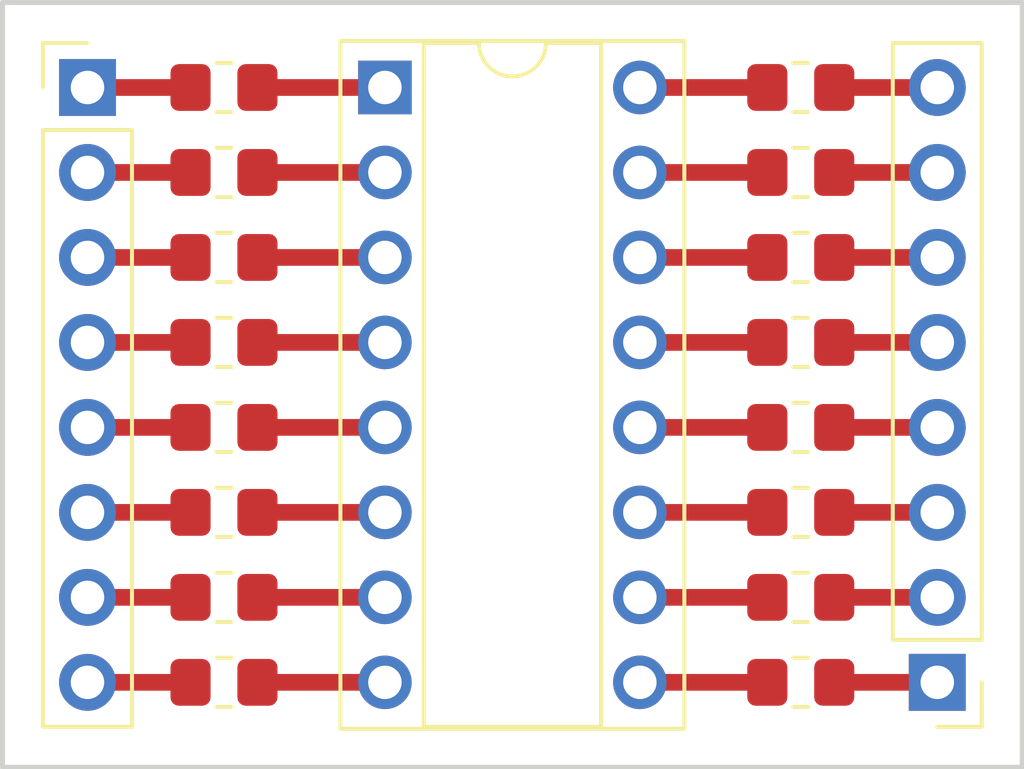
<source format=kicad_pcb>
(kicad_pcb (version 20171130) (host pcbnew "(5.1.7)-1")

  (general
    (thickness 1.6)
    (drawings 4)
    (tracks 32)
    (zones 0)
    (modules 19)
    (nets 33)
  )

  (page A4)
  (layers
    (0 F.Cu signal)
    (31 B.Cu signal)
    (32 B.Adhes user)
    (33 F.Adhes user)
    (34 B.Paste user)
    (35 F.Paste user)
    (36 B.SilkS user)
    (37 F.SilkS user)
    (38 B.Mask user)
    (39 F.Mask user)
    (40 Dwgs.User user)
    (41 Cmts.User user)
    (42 Eco1.User user)
    (43 Eco2.User user)
    (44 Edge.Cuts user)
    (45 Margin user)
    (46 B.CrtYd user)
    (47 F.CrtYd user hide)
    (48 B.Fab user)
    (49 F.Fab user hide)
  )

  (setup
    (last_trace_width 0.25)
    (trace_clearance 0.2)
    (zone_clearance 0.508)
    (zone_45_only no)
    (trace_min 0.2)
    (via_size 0.8)
    (via_drill 0.4)
    (via_min_size 0.4)
    (via_min_drill 0.3)
    (uvia_size 0.3)
    (uvia_drill 0.1)
    (uvias_allowed no)
    (uvia_min_size 0.2)
    (uvia_min_drill 0.1)
    (edge_width 0.05)
    (segment_width 0.2)
    (pcb_text_width 0.3)
    (pcb_text_size 1.5 1.5)
    (mod_edge_width 0.12)
    (mod_text_size 1 1)
    (mod_text_width 0.15)
    (pad_size 1.6 1.6)
    (pad_drill 1)
    (pad_to_mask_clearance 0)
    (aux_axis_origin 0 0)
    (visible_elements 7FFFFFFF)
    (pcbplotparams
      (layerselection 0x010fc_ffffffff)
      (usegerberextensions false)
      (usegerberattributes true)
      (usegerberadvancedattributes true)
      (creategerberjobfile true)
      (excludeedgelayer true)
      (linewidth 0.100000)
      (plotframeref false)
      (viasonmask false)
      (mode 1)
      (useauxorigin false)
      (hpglpennumber 1)
      (hpglpenspeed 20)
      (hpglpendiameter 15.000000)
      (psnegative false)
      (psa4output false)
      (plotreference true)
      (plotvalue true)
      (plotinvisibletext false)
      (padsonsilk false)
      (subtractmaskfromsilk false)
      (outputformat 1)
      (mirror false)
      (drillshape 1)
      (scaleselection 1)
      (outputdirectory ""))
  )

  (net 0 "")
  (net 1 "Net-(J1-Pad7)")
  (net 2 "Net-(J1-Pad6)")
  (net 3 "Net-(J1-Pad5)")
  (net 4 "Net-(J1-Pad4)")
  (net 5 "Net-(J1-Pad3)")
  (net 6 "Net-(J1-Pad2)")
  (net 7 "Net-(J1-Pad1)")
  (net 8 "Net-(J2-Pad14)")
  (net 9 "Net-(J2-Pad7)")
  (net 10 "Net-(J2-Pad13)")
  (net 11 "Net-(J2-Pad6)")
  (net 12 "Net-(J2-Pad12)")
  (net 13 "Net-(J2-Pad5)")
  (net 14 "Net-(J2-Pad11)")
  (net 15 "Net-(J2-Pad4)")
  (net 16 "Net-(J2-Pad10)")
  (net 17 "Net-(J2-Pad3)")
  (net 18 "Net-(J2-Pad9)")
  (net 19 "Net-(J2-Pad2)")
  (net 20 "Net-(J2-Pad8)")
  (net 21 "Net-(J2-Pad1)")
  (net 22 "Net-(J3-Pad7)")
  (net 23 "Net-(J3-Pad6)")
  (net 24 "Net-(J3-Pad5)")
  (net 25 "Net-(J3-Pad4)")
  (net 26 "Net-(J3-Pad3)")
  (net 27 "Net-(J3-Pad2)")
  (net 28 "Net-(J3-Pad1)")
  (net 29 "Net-(J1-Pad8)")
  (net 30 "Net-(J3-Pad8)")
  (net 31 "Net-(J2-Pad16)")
  (net 32 "Net-(J2-Pad15)")

  (net_class Default "This is the default net class."
    (clearance 0.2)
    (trace_width 0.25)
    (via_dia 0.8)
    (via_drill 0.4)
    (uvia_dia 0.3)
    (uvia_drill 0.1)
    (add_net "Net-(J1-Pad1)")
    (add_net "Net-(J1-Pad2)")
    (add_net "Net-(J1-Pad3)")
    (add_net "Net-(J1-Pad4)")
    (add_net "Net-(J1-Pad5)")
    (add_net "Net-(J1-Pad6)")
    (add_net "Net-(J1-Pad7)")
    (add_net "Net-(J1-Pad8)")
    (add_net "Net-(J2-Pad1)")
    (add_net "Net-(J2-Pad10)")
    (add_net "Net-(J2-Pad11)")
    (add_net "Net-(J2-Pad12)")
    (add_net "Net-(J2-Pad13)")
    (add_net "Net-(J2-Pad14)")
    (add_net "Net-(J2-Pad15)")
    (add_net "Net-(J2-Pad16)")
    (add_net "Net-(J2-Pad2)")
    (add_net "Net-(J2-Pad3)")
    (add_net "Net-(J2-Pad4)")
    (add_net "Net-(J2-Pad5)")
    (add_net "Net-(J2-Pad6)")
    (add_net "Net-(J2-Pad7)")
    (add_net "Net-(J2-Pad8)")
    (add_net "Net-(J2-Pad9)")
    (add_net "Net-(J3-Pad1)")
    (add_net "Net-(J3-Pad2)")
    (add_net "Net-(J3-Pad3)")
    (add_net "Net-(J3-Pad4)")
    (add_net "Net-(J3-Pad5)")
    (add_net "Net-(J3-Pad6)")
    (add_net "Net-(J3-Pad7)")
    (add_net "Net-(J3-Pad8)")
  )

  (module Connector_PinHeader_2.54mm:PinHeader_1x08_P2.54mm_Vertical (layer F.Cu) (tedit 59FED5CC) (tstamp 600AD633)
    (at 171.45 109.22 180)
    (descr "Through hole straight pin header, 1x08, 2.54mm pitch, single row")
    (tags "Through hole pin header THT 1x08 2.54mm single row")
    (path /600A9E0D)
    (fp_text reference "" (at 0 -2.33) (layer F.SilkS)
      (effects (font (size 1 1) (thickness 0.15)))
    )
    (fp_text value Conn_01x08_Male (at 0 20.11) (layer F.Fab)
      (effects (font (size 1 1) (thickness 0.15)))
    )
    (fp_line (start 1.8 -1.8) (end -1.8 -1.8) (layer F.CrtYd) (width 0.05))
    (fp_line (start 1.8 19.55) (end 1.8 -1.8) (layer F.CrtYd) (width 0.05))
    (fp_line (start -1.8 19.55) (end 1.8 19.55) (layer F.CrtYd) (width 0.05))
    (fp_line (start -1.8 -1.8) (end -1.8 19.55) (layer F.CrtYd) (width 0.05))
    (fp_line (start -1.33 -1.33) (end 0 -1.33) (layer F.SilkS) (width 0.12))
    (fp_line (start -1.33 0) (end -1.33 -1.33) (layer F.SilkS) (width 0.12))
    (fp_line (start -1.33 1.27) (end 1.33 1.27) (layer F.SilkS) (width 0.12))
    (fp_line (start 1.33 1.27) (end 1.33 19.11) (layer F.SilkS) (width 0.12))
    (fp_line (start -1.33 1.27) (end -1.33 19.11) (layer F.SilkS) (width 0.12))
    (fp_line (start -1.33 19.11) (end 1.33 19.11) (layer F.SilkS) (width 0.12))
    (fp_line (start -1.27 -0.635) (end -0.635 -1.27) (layer F.Fab) (width 0.1))
    (fp_line (start -1.27 19.05) (end -1.27 -0.635) (layer F.Fab) (width 0.1))
    (fp_line (start 1.27 19.05) (end -1.27 19.05) (layer F.Fab) (width 0.1))
    (fp_line (start 1.27 -1.27) (end 1.27 19.05) (layer F.Fab) (width 0.1))
    (fp_line (start -0.635 -1.27) (end 1.27 -1.27) (layer F.Fab) (width 0.1))
    (fp_text user %R (at 0 8.89 90) (layer F.Fab)
      (effects (font (size 1 1) (thickness 0.15)))
    )
    (pad 8 thru_hole oval (at 0 17.78 180) (size 1.7 1.7) (drill 1) (layers *.Cu *.Mask)
      (net 30 "Net-(J3-Pad8)"))
    (pad 7 thru_hole oval (at 0 15.24 180) (size 1.7 1.7) (drill 1) (layers *.Cu *.Mask)
      (net 22 "Net-(J3-Pad7)"))
    (pad 6 thru_hole oval (at 0 12.7 180) (size 1.7 1.7) (drill 1) (layers *.Cu *.Mask)
      (net 23 "Net-(J3-Pad6)"))
    (pad 5 thru_hole oval (at 0 10.16 180) (size 1.7 1.7) (drill 1) (layers *.Cu *.Mask)
      (net 24 "Net-(J3-Pad5)"))
    (pad 4 thru_hole oval (at 0 7.62 180) (size 1.7 1.7) (drill 1) (layers *.Cu *.Mask)
      (net 25 "Net-(J3-Pad4)"))
    (pad 3 thru_hole oval (at 0 5.08 180) (size 1.7 1.7) (drill 1) (layers *.Cu *.Mask)
      (net 26 "Net-(J3-Pad3)"))
    (pad 2 thru_hole oval (at 0 2.54 180) (size 1.7 1.7) (drill 1) (layers *.Cu *.Mask)
      (net 27 "Net-(J3-Pad2)"))
    (pad 1 thru_hole rect (at 0 0 180) (size 1.7 1.7) (drill 1) (layers *.Cu *.Mask)
      (net 28 "Net-(J3-Pad1)"))
    (model ${KISYS3DMOD}/Connector_PinHeader_2.54mm.3dshapes/PinHeader_1x08_P2.54mm_Vertical.wrl
      (at (xyz 0 0 0))
      (scale (xyz 1 1 1))
      (rotate (xyz 0 0 0))
    )
  )

  (module Package_DIP:DIP-16_W7.62mm_Socket (layer F.Cu) (tedit 600EF0B6) (tstamp 600AD617)
    (at 154.94 91.44)
    (descr "16-lead though-hole mounted DIP package, row spacing 7.62 mm (300 mils), Socket")
    (tags "THT DIP DIL PDIP 2.54mm 7.62mm 300mil Socket")
    (path /600ABC38)
    (fp_text reference "" (at 3.81 -2.33) (layer F.SilkS)
      (effects (font (size 1 1) (thickness 0.15)))
    )
    (fp_text value Conn_02x08_Counter_Clockwise (at 3.81 20.11) (layer F.Fab)
      (effects (font (size 1 1) (thickness 0.15)))
    )
    (fp_line (start 9.15 -1.6) (end -1.55 -1.6) (layer F.CrtYd) (width 0.05))
    (fp_line (start 9.15 19.4) (end 9.15 -1.6) (layer F.CrtYd) (width 0.05))
    (fp_line (start -1.55 19.4) (end 9.15 19.4) (layer F.CrtYd) (width 0.05))
    (fp_line (start -1.55 -1.6) (end -1.55 19.4) (layer F.CrtYd) (width 0.05))
    (fp_line (start 8.95 -1.39) (end -1.33 -1.39) (layer F.SilkS) (width 0.12))
    (fp_line (start 8.95 19.17) (end 8.95 -1.39) (layer F.SilkS) (width 0.12))
    (fp_line (start -1.33 19.17) (end 8.95 19.17) (layer F.SilkS) (width 0.12))
    (fp_line (start -1.33 -1.39) (end -1.33 19.17) (layer F.SilkS) (width 0.12))
    (fp_line (start 6.46 -1.33) (end 4.81 -1.33) (layer F.SilkS) (width 0.12))
    (fp_line (start 6.46 19.11) (end 6.46 -1.33) (layer F.SilkS) (width 0.12))
    (fp_line (start 1.16 19.11) (end 6.46 19.11) (layer F.SilkS) (width 0.12))
    (fp_line (start 1.16 -1.33) (end 1.16 19.11) (layer F.SilkS) (width 0.12))
    (fp_line (start 2.81 -1.33) (end 1.16 -1.33) (layer F.SilkS) (width 0.12))
    (fp_line (start 8.89 -1.33) (end -1.27 -1.33) (layer F.Fab) (width 0.1))
    (fp_line (start 8.89 19.11) (end 8.89 -1.33) (layer F.Fab) (width 0.1))
    (fp_line (start -1.27 19.11) (end 8.89 19.11) (layer F.Fab) (width 0.1))
    (fp_line (start -1.27 -1.33) (end -1.27 19.11) (layer F.Fab) (width 0.1))
    (fp_line (start 0.635 -0.27) (end 1.635 -1.27) (layer F.Fab) (width 0.1))
    (fp_line (start 0.635 19.05) (end 0.635 -0.27) (layer F.Fab) (width 0.1))
    (fp_line (start 6.985 19.05) (end 0.635 19.05) (layer F.Fab) (width 0.1))
    (fp_line (start 6.985 -1.27) (end 6.985 19.05) (layer F.Fab) (width 0.1))
    (fp_line (start 1.635 -1.27) (end 6.985 -1.27) (layer F.Fab) (width 0.1))
    (fp_text user %R (at 3.81 8.89) (layer F.Fab)
      (effects (font (size 1 1) (thickness 0.15)))
    )
    (fp_arc (start 3.81 -1.33) (end 2.81 -1.33) (angle -180) (layer F.SilkS) (width 0.12))
    (pad 16 thru_hole oval (at 7.62 0) (size 1.6 1.6) (drill 1) (layers *.Cu *.Mask)
      (net 31 "Net-(J2-Pad16)"))
    (pad 8 thru_hole oval (at 0 17.78) (size 1.6 1.6) (drill 1) (layers *.Cu *.Mask)
      (net 20 "Net-(J2-Pad8)"))
    (pad 15 thru_hole oval (at 7.62 2.54) (size 1.6 1.6) (drill 1) (layers *.Cu *.Mask)
      (net 32 "Net-(J2-Pad15)"))
    (pad 7 thru_hole oval (at 0 15.24) (size 1.6 1.6) (drill 1) (layers *.Cu *.Mask)
      (net 9 "Net-(J2-Pad7)"))
    (pad 14 thru_hole oval (at 7.62 5.08) (size 1.6 1.6) (drill 1) (layers *.Cu *.Mask)
      (net 8 "Net-(J2-Pad14)"))
    (pad 6 thru_hole oval (at 0 12.7) (size 1.6 1.6) (drill 1) (layers *.Cu *.Mask)
      (net 11 "Net-(J2-Pad6)"))
    (pad 13 thru_hole oval (at 7.62 7.62) (size 1.6 1.6) (drill 1) (layers *.Cu *.Mask)
      (net 10 "Net-(J2-Pad13)"))
    (pad 5 thru_hole oval (at 0 10.16) (size 1.6 1.6) (drill 1) (layers *.Cu *.Mask)
      (net 13 "Net-(J2-Pad5)"))
    (pad 12 thru_hole oval (at 7.62 10.16) (size 1.6 1.6) (drill 1) (layers *.Cu *.Mask)
      (net 12 "Net-(J2-Pad12)"))
    (pad 4 thru_hole oval (at 0 7.62) (size 1.6 1.6) (drill 1) (layers *.Cu *.Mask)
      (net 15 "Net-(J2-Pad4)"))
    (pad 11 thru_hole oval (at 7.62 12.7) (size 1.6 1.6) (drill 1) (layers *.Cu *.Mask)
      (net 14 "Net-(J2-Pad11)"))
    (pad 3 thru_hole oval (at 0 5.08) (size 1.6 1.6) (drill 1) (layers *.Cu *.Mask)
      (net 17 "Net-(J2-Pad3)"))
    (pad 10 thru_hole oval (at 7.62 15.24) (size 1.6 1.6) (drill 1) (layers *.Cu *.Mask)
      (net 16 "Net-(J2-Pad10)"))
    (pad 2 thru_hole oval (at 0 2.54) (size 1.6 1.6) (drill 1) (layers *.Cu *.Mask)
      (net 19 "Net-(J2-Pad2)"))
    (pad 9 thru_hole oval (at 7.62 17.78) (size 1.6 1.6) (drill 1) (layers *.Cu *.Mask)
      (net 18 "Net-(J2-Pad9)"))
    (pad 1 thru_hole rect (at 0 0) (size 1.6 1.6) (drill 1) (layers *.Cu *.Mask)
      (net 21 "Net-(J2-Pad1)"))
    (model ${KISYS3DMOD}/Package_DIP.3dshapes/DIP-16_W7.62mm_Socket.wrl
      (at (xyz 0 0 0))
      (scale (xyz 1 1 1))
      (rotate (xyz 0 0 0))
    )
  )

  (module Connector_PinHeader_2.54mm:PinHeader_1x08_P2.54mm_Vertical (layer F.Cu) (tedit 59FED5CC) (tstamp 600AD5EB)
    (at 146.05 91.44)
    (descr "Through hole straight pin header, 1x08, 2.54mm pitch, single row")
    (tags "Through hole pin header THT 1x08 2.54mm single row")
    (path /600A8ACB)
    (fp_text reference "" (at 0 -2.33) (layer F.SilkS)
      (effects (font (size 1 1) (thickness 0.15)))
    )
    (fp_text value Conn_01x08_Male (at 0 20.11) (layer F.Fab)
      (effects (font (size 1 1) (thickness 0.15)))
    )
    (fp_line (start 1.8 -1.8) (end -1.8 -1.8) (layer F.CrtYd) (width 0.05))
    (fp_line (start 1.8 19.55) (end 1.8 -1.8) (layer F.CrtYd) (width 0.05))
    (fp_line (start -1.8 19.55) (end 1.8 19.55) (layer F.CrtYd) (width 0.05))
    (fp_line (start -1.8 -1.8) (end -1.8 19.55) (layer F.CrtYd) (width 0.05))
    (fp_line (start -1.33 -1.33) (end 0 -1.33) (layer F.SilkS) (width 0.12))
    (fp_line (start -1.33 0) (end -1.33 -1.33) (layer F.SilkS) (width 0.12))
    (fp_line (start -1.33 1.27) (end 1.33 1.27) (layer F.SilkS) (width 0.12))
    (fp_line (start 1.33 1.27) (end 1.33 19.11) (layer F.SilkS) (width 0.12))
    (fp_line (start -1.33 1.27) (end -1.33 19.11) (layer F.SilkS) (width 0.12))
    (fp_line (start -1.33 19.11) (end 1.33 19.11) (layer F.SilkS) (width 0.12))
    (fp_line (start -1.27 -0.635) (end -0.635 -1.27) (layer F.Fab) (width 0.1))
    (fp_line (start -1.27 19.05) (end -1.27 -0.635) (layer F.Fab) (width 0.1))
    (fp_line (start 1.27 19.05) (end -1.27 19.05) (layer F.Fab) (width 0.1))
    (fp_line (start 1.27 -1.27) (end 1.27 19.05) (layer F.Fab) (width 0.1))
    (fp_line (start -0.635 -1.27) (end 1.27 -1.27) (layer F.Fab) (width 0.1))
    (fp_text user %R (at 0 8.89 90) (layer F.Fab)
      (effects (font (size 1 1) (thickness 0.15)))
    )
    (pad 8 thru_hole oval (at 0 17.78) (size 1.7 1.7) (drill 1) (layers *.Cu *.Mask)
      (net 29 "Net-(J1-Pad8)"))
    (pad 7 thru_hole oval (at 0 15.24) (size 1.7 1.7) (drill 1) (layers *.Cu *.Mask)
      (net 1 "Net-(J1-Pad7)"))
    (pad 6 thru_hole oval (at 0 12.7) (size 1.7 1.7) (drill 1) (layers *.Cu *.Mask)
      (net 2 "Net-(J1-Pad6)"))
    (pad 5 thru_hole oval (at 0 10.16) (size 1.7 1.7) (drill 1) (layers *.Cu *.Mask)
      (net 3 "Net-(J1-Pad5)"))
    (pad 4 thru_hole oval (at 0 7.62) (size 1.7 1.7) (drill 1) (layers *.Cu *.Mask)
      (net 4 "Net-(J1-Pad4)"))
    (pad 3 thru_hole oval (at 0 5.08) (size 1.7 1.7) (drill 1) (layers *.Cu *.Mask)
      (net 5 "Net-(J1-Pad3)"))
    (pad 2 thru_hole oval (at 0 2.54) (size 1.7 1.7) (drill 1) (layers *.Cu *.Mask)
      (net 6 "Net-(J1-Pad2)"))
    (pad 1 thru_hole rect (at 0 0) (size 1.7 1.7) (drill 1) (layers *.Cu *.Mask)
      (net 7 "Net-(J1-Pad1)"))
    (model ${KISYS3DMOD}/Connector_PinHeader_2.54mm.3dshapes/PinHeader_1x08_P2.54mm_Vertical.wrl
      (at (xyz 0 0 0))
      (scale (xyz 1 1 1))
      (rotate (xyz 0 0 0))
    )
  )

  (module Resistor_SMD:R_0805_2012Metric_Pad1.20x1.40mm_HandSolder (layer F.Cu) (tedit 5F68FEEE) (tstamp 600A69C8)
    (at 167.37 109.22)
    (descr "Resistor SMD 0805 (2012 Metric), square (rectangular) end terminal, IPC_7351 nominal with elongated pad for handsoldering. (Body size source: IPC-SM-782 page 72, https://www.pcb-3d.com/wordpress/wp-content/uploads/ipc-sm-782a_amendment_1_and_2.pdf), generated with kicad-footprint-generator")
    (tags "resistor handsolder")
    (path /600A6C48)
    (attr smd)
    (fp_text reference "" (at 0 -1.65) (layer F.SilkS) hide
      (effects (font (size 1 1) (thickness 0.15)))
    )
    (fp_text value R_Small_US (at 0 1.65) (layer F.Fab)
      (effects (font (size 1 1) (thickness 0.15)))
    )
    (fp_line (start 1.85 0.95) (end -1.85 0.95) (layer F.CrtYd) (width 0.05))
    (fp_line (start 1.85 -0.95) (end 1.85 0.95) (layer F.CrtYd) (width 0.05))
    (fp_line (start -1.85 -0.95) (end 1.85 -0.95) (layer F.CrtYd) (width 0.05))
    (fp_line (start -1.85 0.95) (end -1.85 -0.95) (layer F.CrtYd) (width 0.05))
    (fp_line (start -0.227064 0.735) (end 0.227064 0.735) (layer F.SilkS) (width 0.12))
    (fp_line (start -0.227064 -0.735) (end 0.227064 -0.735) (layer F.SilkS) (width 0.12))
    (fp_line (start 1 0.625) (end -1 0.625) (layer F.Fab) (width 0.1))
    (fp_line (start 1 -0.625) (end 1 0.625) (layer F.Fab) (width 0.1))
    (fp_line (start -1 -0.625) (end 1 -0.625) (layer F.Fab) (width 0.1))
    (fp_line (start -1 0.625) (end -1 -0.625) (layer F.Fab) (width 0.1))
    (fp_text user %R (at 0 0) (layer F.Fab)
      (effects (font (size 0.5 0.5) (thickness 0.08)))
    )
    (pad 2 smd roundrect (at 1 0) (size 1.2 1.4) (layers F.Cu F.Paste F.Mask) (roundrect_rratio 0.208333)
      (net 28 "Net-(J3-Pad1)"))
    (pad 1 smd roundrect (at -1 0) (size 1.2 1.4) (layers F.Cu F.Paste F.Mask) (roundrect_rratio 0.208333)
      (net 18 "Net-(J2-Pad9)"))
    (model ${KISYS3DMOD}/Resistor_SMD.3dshapes/R_0805_2012Metric.wrl
      (at (xyz 0 0 0))
      (scale (xyz 1 1 1))
      (rotate (xyz 0 0 0))
    )
  )

  (module Resistor_SMD:R_0805_2012Metric_Pad1.20x1.40mm_HandSolder (layer F.Cu) (tedit 5F68FEEE) (tstamp 600A6947)
    (at 150.13 109.22)
    (descr "Resistor SMD 0805 (2012 Metric), square (rectangular) end terminal, IPC_7351 nominal with elongated pad for handsoldering. (Body size source: IPC-SM-782 page 72, https://www.pcb-3d.com/wordpress/wp-content/uploads/ipc-sm-782a_amendment_1_and_2.pdf), generated with kicad-footprint-generator")
    (tags "resistor handsolder")
    (path /600A6520)
    (attr smd)
    (fp_text reference "" (at 0 -1.65) (layer F.SilkS)
      (effects (font (size 1 1) (thickness 0.15)))
    )
    (fp_text value R_Small_US (at 0 1.65) (layer F.Fab)
      (effects (font (size 1 1) (thickness 0.15)))
    )
    (fp_line (start 1.85 0.95) (end -1.85 0.95) (layer F.CrtYd) (width 0.05))
    (fp_line (start 1.85 -0.95) (end 1.85 0.95) (layer F.CrtYd) (width 0.05))
    (fp_line (start -1.85 -0.95) (end 1.85 -0.95) (layer F.CrtYd) (width 0.05))
    (fp_line (start -1.85 0.95) (end -1.85 -0.95) (layer F.CrtYd) (width 0.05))
    (fp_line (start -0.227064 0.735) (end 0.227064 0.735) (layer F.SilkS) (width 0.12))
    (fp_line (start -0.227064 -0.735) (end 0.227064 -0.735) (layer F.SilkS) (width 0.12))
    (fp_line (start 1 0.625) (end -1 0.625) (layer F.Fab) (width 0.1))
    (fp_line (start 1 -0.625) (end 1 0.625) (layer F.Fab) (width 0.1))
    (fp_line (start -1 -0.625) (end 1 -0.625) (layer F.Fab) (width 0.1))
    (fp_line (start -1 0.625) (end -1 -0.625) (layer F.Fab) (width 0.1))
    (fp_text user %R (at 0 0) (layer F.Fab)
      (effects (font (size 0.5 0.5) (thickness 0.08)))
    )
    (pad 2 smd roundrect (at 1 0) (size 1.2 1.4) (layers F.Cu F.Paste F.Mask) (roundrect_rratio 0.208333)
      (net 20 "Net-(J2-Pad8)"))
    (pad 1 smd roundrect (at -1 0) (size 1.2 1.4) (layers F.Cu F.Paste F.Mask) (roundrect_rratio 0.208333)
      (net 29 "Net-(J1-Pad8)"))
    (model ${KISYS3DMOD}/Resistor_SMD.3dshapes/R_0805_2012Metric.wrl
      (at (xyz 0 0 0))
      (scale (xyz 1 1 1))
      (rotate (xyz 0 0 0))
    )
  )

  (module Resistor_SMD:R_0805_2012Metric_Pad1.20x1.40mm_HandSolder (layer F.Cu) (tedit 5F68FEEE) (tstamp 5FF437DE)
    (at 167.37 106.68)
    (descr "Resistor SMD 0805 (2012 Metric), square (rectangular) end terminal, IPC_7351 nominal with elongated pad for handsoldering. (Body size source: IPC-SM-782 page 72, https://www.pcb-3d.com/wordpress/wp-content/uploads/ipc-sm-782a_amendment_1_and_2.pdf), generated with kicad-footprint-generator")
    (tags "resistor handsolder")
    (path /5FF46B0A)
    (attr smd)
    (fp_text reference "" (at 0 -1.65) (layer F.SilkS)
      (effects (font (size 1 1) (thickness 0.15)))
    )
    (fp_text value R_Small_US (at 0 1.65) (layer F.Fab) hide
      (effects (font (size 1 1) (thickness 0.15)))
    )
    (fp_line (start 1.85 0.95) (end -1.85 0.95) (layer F.CrtYd) (width 0.05))
    (fp_line (start 1.85 -0.95) (end 1.85 0.95) (layer F.CrtYd) (width 0.05))
    (fp_line (start -1.85 -0.95) (end 1.85 -0.95) (layer F.CrtYd) (width 0.05))
    (fp_line (start -1.85 0.95) (end -1.85 -0.95) (layer F.CrtYd) (width 0.05))
    (fp_line (start -0.227064 0.735) (end 0.227064 0.735) (layer F.SilkS) (width 0.12))
    (fp_line (start -0.227064 -0.735) (end 0.227064 -0.735) (layer F.SilkS) (width 0.12))
    (fp_line (start 1 0.625) (end -1 0.625) (layer F.Fab) (width 0.1))
    (fp_line (start 1 -0.625) (end 1 0.625) (layer F.Fab) (width 0.1))
    (fp_line (start -1 -0.625) (end 1 -0.625) (layer F.Fab) (width 0.1))
    (fp_line (start -1 0.625) (end -1 -0.625) (layer F.Fab) (width 0.1))
    (fp_text user %R (at 0 0) (layer F.Fab)
      (effects (font (size 0.5 0.5) (thickness 0.08)))
    )
    (pad 2 smd roundrect (at 1 0) (size 1.2 1.4) (layers F.Cu F.Paste F.Mask) (roundrect_rratio 0.208333)
      (net 27 "Net-(J3-Pad2)"))
    (pad 1 smd roundrect (at -1 0) (size 1.2 1.4) (layers F.Cu F.Paste F.Mask) (roundrect_rratio 0.208333)
      (net 16 "Net-(J2-Pad10)"))
    (model ${KISYS3DMOD}/Resistor_SMD.3dshapes/R_0805_2012Metric.wrl
      (at (xyz 0 0 0))
      (scale (xyz 1 1 1))
      (rotate (xyz 0 0 0))
    )
  )

  (module Resistor_SMD:R_0805_2012Metric_Pad1.20x1.40mm_HandSolder (layer F.Cu) (tedit 5F68FEEE) (tstamp 5FF437CD)
    (at 167.37 104.14)
    (descr "Resistor SMD 0805 (2012 Metric), square (rectangular) end terminal, IPC_7351 nominal with elongated pad for handsoldering. (Body size source: IPC-SM-782 page 72, https://www.pcb-3d.com/wordpress/wp-content/uploads/ipc-sm-782a_amendment_1_and_2.pdf), generated with kicad-footprint-generator")
    (tags "resistor handsolder")
    (path /5FF46986)
    (attr smd)
    (fp_text reference "" (at 0 -1.65) (layer F.SilkS)
      (effects (font (size 1 1) (thickness 0.15)))
    )
    (fp_text value R_Small_US (at 0 1.65) (layer F.Fab) hide
      (effects (font (size 1 1) (thickness 0.15)))
    )
    (fp_line (start 1.85 0.95) (end -1.85 0.95) (layer F.CrtYd) (width 0.05))
    (fp_line (start 1.85 -0.95) (end 1.85 0.95) (layer F.CrtYd) (width 0.05))
    (fp_line (start -1.85 -0.95) (end 1.85 -0.95) (layer F.CrtYd) (width 0.05))
    (fp_line (start -1.85 0.95) (end -1.85 -0.95) (layer F.CrtYd) (width 0.05))
    (fp_line (start -0.227064 0.735) (end 0.227064 0.735) (layer F.SilkS) (width 0.12))
    (fp_line (start -0.227064 -0.735) (end 0.227064 -0.735) (layer F.SilkS) (width 0.12))
    (fp_line (start 1 0.625) (end -1 0.625) (layer F.Fab) (width 0.1))
    (fp_line (start 1 -0.625) (end 1 0.625) (layer F.Fab) (width 0.1))
    (fp_line (start -1 -0.625) (end 1 -0.625) (layer F.Fab) (width 0.1))
    (fp_line (start -1 0.625) (end -1 -0.625) (layer F.Fab) (width 0.1))
    (fp_text user %R (at 0 0) (layer F.Fab)
      (effects (font (size 0.5 0.5) (thickness 0.08)))
    )
    (pad 2 smd roundrect (at 1 0) (size 1.2 1.4) (layers F.Cu F.Paste F.Mask) (roundrect_rratio 0.208333)
      (net 26 "Net-(J3-Pad3)"))
    (pad 1 smd roundrect (at -1 0) (size 1.2 1.4) (layers F.Cu F.Paste F.Mask) (roundrect_rratio 0.208333)
      (net 14 "Net-(J2-Pad11)"))
    (model ${KISYS3DMOD}/Resistor_SMD.3dshapes/R_0805_2012Metric.wrl
      (at (xyz 0 0 0))
      (scale (xyz 1 1 1))
      (rotate (xyz 0 0 0))
    )
  )

  (module Resistor_SMD:R_0805_2012Metric_Pad1.20x1.40mm_HandSolder (layer F.Cu) (tedit 5F68FEEE) (tstamp 5FF437BC)
    (at 167.37 101.6)
    (descr "Resistor SMD 0805 (2012 Metric), square (rectangular) end terminal, IPC_7351 nominal with elongated pad for handsoldering. (Body size source: IPC-SM-782 page 72, https://www.pcb-3d.com/wordpress/wp-content/uploads/ipc-sm-782a_amendment_1_and_2.pdf), generated with kicad-footprint-generator")
    (tags "resistor handsolder")
    (path /5FF4686E)
    (attr smd)
    (fp_text reference "" (at 0 -1.65) (layer F.SilkS)
      (effects (font (size 1 1) (thickness 0.15)))
    )
    (fp_text value R_Small_US (at 0 1.65) (layer F.Fab) hide
      (effects (font (size 1 1) (thickness 0.15)))
    )
    (fp_line (start 1.85 0.95) (end -1.85 0.95) (layer F.CrtYd) (width 0.05))
    (fp_line (start 1.85 -0.95) (end 1.85 0.95) (layer F.CrtYd) (width 0.05))
    (fp_line (start -1.85 -0.95) (end 1.85 -0.95) (layer F.CrtYd) (width 0.05))
    (fp_line (start -1.85 0.95) (end -1.85 -0.95) (layer F.CrtYd) (width 0.05))
    (fp_line (start -0.227064 0.735) (end 0.227064 0.735) (layer F.SilkS) (width 0.12))
    (fp_line (start -0.227064 -0.735) (end 0.227064 -0.735) (layer F.SilkS) (width 0.12))
    (fp_line (start 1 0.625) (end -1 0.625) (layer F.Fab) (width 0.1))
    (fp_line (start 1 -0.625) (end 1 0.625) (layer F.Fab) (width 0.1))
    (fp_line (start -1 -0.625) (end 1 -0.625) (layer F.Fab) (width 0.1))
    (fp_line (start -1 0.625) (end -1 -0.625) (layer F.Fab) (width 0.1))
    (fp_text user %R (at 0 0) (layer F.Fab)
      (effects (font (size 0.5 0.5) (thickness 0.08)))
    )
    (pad 2 smd roundrect (at 1 0) (size 1.2 1.4) (layers F.Cu F.Paste F.Mask) (roundrect_rratio 0.208333)
      (net 25 "Net-(J3-Pad4)"))
    (pad 1 smd roundrect (at -1 0) (size 1.2 1.4) (layers F.Cu F.Paste F.Mask) (roundrect_rratio 0.208333)
      (net 12 "Net-(J2-Pad12)"))
    (model ${KISYS3DMOD}/Resistor_SMD.3dshapes/R_0805_2012Metric.wrl
      (at (xyz 0 0 0))
      (scale (xyz 1 1 1))
      (rotate (xyz 0 0 0))
    )
  )

  (module Resistor_SMD:R_0805_2012Metric_Pad1.20x1.40mm_HandSolder (layer F.Cu) (tedit 5F68FEEE) (tstamp 5FF437AB)
    (at 167.37 99.06)
    (descr "Resistor SMD 0805 (2012 Metric), square (rectangular) end terminal, IPC_7351 nominal with elongated pad for handsoldering. (Body size source: IPC-SM-782 page 72, https://www.pcb-3d.com/wordpress/wp-content/uploads/ipc-sm-782a_amendment_1_and_2.pdf), generated with kicad-footprint-generator")
    (tags "resistor handsolder")
    (path /5FF466FC)
    (attr smd)
    (fp_text reference "" (at 0 -1.65) (layer F.SilkS)
      (effects (font (size 1 1) (thickness 0.15)))
    )
    (fp_text value R_Small_US (at 0 1.65) (layer F.Fab) hide
      (effects (font (size 1 1) (thickness 0.15)))
    )
    (fp_line (start 1.85 0.95) (end -1.85 0.95) (layer F.CrtYd) (width 0.05))
    (fp_line (start 1.85 -0.95) (end 1.85 0.95) (layer F.CrtYd) (width 0.05))
    (fp_line (start -1.85 -0.95) (end 1.85 -0.95) (layer F.CrtYd) (width 0.05))
    (fp_line (start -1.85 0.95) (end -1.85 -0.95) (layer F.CrtYd) (width 0.05))
    (fp_line (start -0.227064 0.735) (end 0.227064 0.735) (layer F.SilkS) (width 0.12))
    (fp_line (start -0.227064 -0.735) (end 0.227064 -0.735) (layer F.SilkS) (width 0.12))
    (fp_line (start 1 0.625) (end -1 0.625) (layer F.Fab) (width 0.1))
    (fp_line (start 1 -0.625) (end 1 0.625) (layer F.Fab) (width 0.1))
    (fp_line (start -1 -0.625) (end 1 -0.625) (layer F.Fab) (width 0.1))
    (fp_line (start -1 0.625) (end -1 -0.625) (layer F.Fab) (width 0.1))
    (fp_text user %R (at 0 0) (layer F.Fab)
      (effects (font (size 0.5 0.5) (thickness 0.08)))
    )
    (pad 2 smd roundrect (at 1 0) (size 1.2 1.4) (layers F.Cu F.Paste F.Mask) (roundrect_rratio 0.208333)
      (net 24 "Net-(J3-Pad5)"))
    (pad 1 smd roundrect (at -1 0) (size 1.2 1.4) (layers F.Cu F.Paste F.Mask) (roundrect_rratio 0.208333)
      (net 10 "Net-(J2-Pad13)"))
    (model ${KISYS3DMOD}/Resistor_SMD.3dshapes/R_0805_2012Metric.wrl
      (at (xyz 0 0 0))
      (scale (xyz 1 1 1))
      (rotate (xyz 0 0 0))
    )
  )

  (module Resistor_SMD:R_0805_2012Metric_Pad1.20x1.40mm_HandSolder (layer F.Cu) (tedit 5F68FEEE) (tstamp 5FF4379A)
    (at 167.37 96.52)
    (descr "Resistor SMD 0805 (2012 Metric), square (rectangular) end terminal, IPC_7351 nominal with elongated pad for handsoldering. (Body size source: IPC-SM-782 page 72, https://www.pcb-3d.com/wordpress/wp-content/uploads/ipc-sm-782a_amendment_1_and_2.pdf), generated with kicad-footprint-generator")
    (tags "resistor handsolder")
    (path /5FF461A4)
    (attr smd)
    (fp_text reference "" (at 0 -1.65) (layer F.SilkS)
      (effects (font (size 1 1) (thickness 0.15)))
    )
    (fp_text value R_Small_US (at 0 1.65) (layer F.Fab) hide
      (effects (font (size 1 1) (thickness 0.15)))
    )
    (fp_line (start 1.85 0.95) (end -1.85 0.95) (layer F.CrtYd) (width 0.05))
    (fp_line (start 1.85 -0.95) (end 1.85 0.95) (layer F.CrtYd) (width 0.05))
    (fp_line (start -1.85 -0.95) (end 1.85 -0.95) (layer F.CrtYd) (width 0.05))
    (fp_line (start -1.85 0.95) (end -1.85 -0.95) (layer F.CrtYd) (width 0.05))
    (fp_line (start -0.227064 0.735) (end 0.227064 0.735) (layer F.SilkS) (width 0.12))
    (fp_line (start -0.227064 -0.735) (end 0.227064 -0.735) (layer F.SilkS) (width 0.12))
    (fp_line (start 1 0.625) (end -1 0.625) (layer F.Fab) (width 0.1))
    (fp_line (start 1 -0.625) (end 1 0.625) (layer F.Fab) (width 0.1))
    (fp_line (start -1 -0.625) (end 1 -0.625) (layer F.Fab) (width 0.1))
    (fp_line (start -1 0.625) (end -1 -0.625) (layer F.Fab) (width 0.1))
    (fp_text user %R (at 0 0) (layer F.Fab)
      (effects (font (size 0.5 0.5) (thickness 0.08)))
    )
    (pad 2 smd roundrect (at 1 0) (size 1.2 1.4) (layers F.Cu F.Paste F.Mask) (roundrect_rratio 0.208333)
      (net 23 "Net-(J3-Pad6)"))
    (pad 1 smd roundrect (at -1 0) (size 1.2 1.4) (layers F.Cu F.Paste F.Mask) (roundrect_rratio 0.208333)
      (net 8 "Net-(J2-Pad14)"))
    (model ${KISYS3DMOD}/Resistor_SMD.3dshapes/R_0805_2012Metric.wrl
      (at (xyz 0 0 0))
      (scale (xyz 1 1 1))
      (rotate (xyz 0 0 0))
    )
  )

  (module Resistor_SMD:R_0805_2012Metric_Pad1.20x1.40mm_HandSolder (layer F.Cu) (tedit 5F68FEEE) (tstamp 5FF43789)
    (at 167.37 93.98)
    (descr "Resistor SMD 0805 (2012 Metric), square (rectangular) end terminal, IPC_7351 nominal with elongated pad for handsoldering. (Body size source: IPC-SM-782 page 72, https://www.pcb-3d.com/wordpress/wp-content/uploads/ipc-sm-782a_amendment_1_and_2.pdf), generated with kicad-footprint-generator")
    (tags "resistor handsolder")
    (path /5FF45935)
    (attr smd)
    (fp_text reference "" (at 0 -1.65) (layer F.SilkS)
      (effects (font (size 1 1) (thickness 0.15)))
    )
    (fp_text value R_Small_US (at 0 1.65) (layer F.Fab) hide
      (effects (font (size 1 1) (thickness 0.15)))
    )
    (fp_line (start 1.85 0.95) (end -1.85 0.95) (layer F.CrtYd) (width 0.05))
    (fp_line (start 1.85 -0.95) (end 1.85 0.95) (layer F.CrtYd) (width 0.05))
    (fp_line (start -1.85 -0.95) (end 1.85 -0.95) (layer F.CrtYd) (width 0.05))
    (fp_line (start -1.85 0.95) (end -1.85 -0.95) (layer F.CrtYd) (width 0.05))
    (fp_line (start -0.227064 0.735) (end 0.227064 0.735) (layer F.SilkS) (width 0.12))
    (fp_line (start -0.227064 -0.735) (end 0.227064 -0.735) (layer F.SilkS) (width 0.12))
    (fp_line (start 1 0.625) (end -1 0.625) (layer F.Fab) (width 0.1))
    (fp_line (start 1 -0.625) (end 1 0.625) (layer F.Fab) (width 0.1))
    (fp_line (start -1 -0.625) (end 1 -0.625) (layer F.Fab) (width 0.1))
    (fp_line (start -1 0.625) (end -1 -0.625) (layer F.Fab) (width 0.1))
    (fp_text user %R (at 0 0) (layer F.Fab)
      (effects (font (size 0.5 0.5) (thickness 0.08)))
    )
    (pad 2 smd roundrect (at 1 0) (size 1.2 1.4) (layers F.Cu F.Paste F.Mask) (roundrect_rratio 0.208333)
      (net 22 "Net-(J3-Pad7)"))
    (pad 1 smd roundrect (at -1 0) (size 1.2 1.4) (layers F.Cu F.Paste F.Mask) (roundrect_rratio 0.208333)
      (net 32 "Net-(J2-Pad15)"))
    (model ${KISYS3DMOD}/Resistor_SMD.3dshapes/R_0805_2012Metric.wrl
      (at (xyz 0 0 0))
      (scale (xyz 1 1 1))
      (rotate (xyz 0 0 0))
    )
  )

  (module Resistor_SMD:R_0805_2012Metric_Pad1.20x1.40mm_HandSolder (layer F.Cu) (tedit 5F68FEEE) (tstamp 5FF43778)
    (at 167.37 91.44)
    (descr "Resistor SMD 0805 (2012 Metric), square (rectangular) end terminal, IPC_7351 nominal with elongated pad for handsoldering. (Body size source: IPC-SM-782 page 72, https://www.pcb-3d.com/wordpress/wp-content/uploads/ipc-sm-782a_amendment_1_and_2.pdf), generated with kicad-footprint-generator")
    (tags "resistor handsolder")
    (path /5FF4481B)
    (attr smd)
    (fp_text reference "" (at 0 -1.65) (layer F.SilkS)
      (effects (font (size 1 1) (thickness 0.15)))
    )
    (fp_text value R_Small_US (at 0 1.65) (layer F.Fab) hide
      (effects (font (size 1 1) (thickness 0.15)))
    )
    (fp_line (start 1.85 0.95) (end -1.85 0.95) (layer F.CrtYd) (width 0.05))
    (fp_line (start 1.85 -0.95) (end 1.85 0.95) (layer F.CrtYd) (width 0.05))
    (fp_line (start -1.85 -0.95) (end 1.85 -0.95) (layer F.CrtYd) (width 0.05))
    (fp_line (start -1.85 0.95) (end -1.85 -0.95) (layer F.CrtYd) (width 0.05))
    (fp_line (start -0.227064 0.735) (end 0.227064 0.735) (layer F.SilkS) (width 0.12))
    (fp_line (start -0.227064 -0.735) (end 0.227064 -0.735) (layer F.SilkS) (width 0.12))
    (fp_line (start 1 0.625) (end -1 0.625) (layer F.Fab) (width 0.1))
    (fp_line (start 1 -0.625) (end 1 0.625) (layer F.Fab) (width 0.1))
    (fp_line (start -1 -0.625) (end 1 -0.625) (layer F.Fab) (width 0.1))
    (fp_line (start -1 0.625) (end -1 -0.625) (layer F.Fab) (width 0.1))
    (fp_text user %R (at -1 0) (layer F.Fab)
      (effects (font (size 0.5 0.5) (thickness 0.08)))
    )
    (pad 2 smd roundrect (at 1 0) (size 1.2 1.4) (layers F.Cu F.Paste F.Mask) (roundrect_rratio 0.208333)
      (net 30 "Net-(J3-Pad8)"))
    (pad 1 smd roundrect (at -1 0) (size 1.2 1.4) (layers F.Cu F.Paste F.Mask) (roundrect_rratio 0.208333)
      (net 31 "Net-(J2-Pad16)"))
    (model ${KISYS3DMOD}/Resistor_SMD.3dshapes/R_0805_2012Metric.wrl
      (at (xyz 0 0 0))
      (scale (xyz 1 1 1))
      (rotate (xyz 0 0 0))
    )
  )

  (module Resistor_SMD:R_0805_2012Metric_Pad1.20x1.40mm_HandSolder (layer F.Cu) (tedit 5F68FEEE) (tstamp 5FF43767)
    (at 150.13 106.68)
    (descr "Resistor SMD 0805 (2012 Metric), square (rectangular) end terminal, IPC_7351 nominal with elongated pad for handsoldering. (Body size source: IPC-SM-782 page 72, https://www.pcb-3d.com/wordpress/wp-content/uploads/ipc-sm-782a_amendment_1_and_2.pdf), generated with kicad-footprint-generator")
    (tags "resistor handsolder")
    (path /5FF47A97)
    (attr smd)
    (fp_text reference "" (at 0 -1.65) (layer F.SilkS)
      (effects (font (size 1 1) (thickness 0.15)))
    )
    (fp_text value R_Small_US (at 0 1.564999) (layer F.Fab) hide
      (effects (font (size 1 1) (thickness 0.15)))
    )
    (fp_line (start 1.85 0.95) (end -1.85 0.95) (layer F.CrtYd) (width 0.05))
    (fp_line (start 1.85 -0.95) (end 1.85 0.95) (layer F.CrtYd) (width 0.05))
    (fp_line (start -1.85 -0.95) (end 1.85 -0.95) (layer F.CrtYd) (width 0.05))
    (fp_line (start -1.85 0.95) (end -1.85 -0.95) (layer F.CrtYd) (width 0.05))
    (fp_line (start -0.227064 0.735) (end 0.227064 0.735) (layer F.SilkS) (width 0.12))
    (fp_line (start -0.227064 -0.735) (end 0.227064 -0.735) (layer F.SilkS) (width 0.12))
    (fp_line (start 1 0.625) (end -1 0.625) (layer F.Fab) (width 0.1))
    (fp_line (start 1 -0.625) (end 1 0.625) (layer F.Fab) (width 0.1))
    (fp_line (start -1 -0.625) (end 1 -0.625) (layer F.Fab) (width 0.1))
    (fp_line (start -1 0.625) (end -1 -0.625) (layer F.Fab) (width 0.1))
    (fp_text user %R (at 0 0) (layer F.Fab)
      (effects (font (size 0.5 0.5) (thickness 0.08)))
    )
    (pad 2 smd roundrect (at 1 0) (size 1.2 1.4) (layers F.Cu F.Paste F.Mask) (roundrect_rratio 0.208333)
      (net 9 "Net-(J2-Pad7)"))
    (pad 1 smd roundrect (at -1 0) (size 1.2 1.4) (layers F.Cu F.Paste F.Mask) (roundrect_rratio 0.208333)
      (net 1 "Net-(J1-Pad7)"))
    (model ${KISYS3DMOD}/Resistor_SMD.3dshapes/R_0805_2012Metric.wrl
      (at (xyz 0 0 0))
      (scale (xyz 1 1 1))
      (rotate (xyz 0 0 0))
    )
  )

  (module Resistor_SMD:R_0805_2012Metric_Pad1.20x1.40mm_HandSolder (layer F.Cu) (tedit 5F68FEEE) (tstamp 5FF43756)
    (at 150.13 104.14)
    (descr "Resistor SMD 0805 (2012 Metric), square (rectangular) end terminal, IPC_7351 nominal with elongated pad for handsoldering. (Body size source: IPC-SM-782 page 72, https://www.pcb-3d.com/wordpress/wp-content/uploads/ipc-sm-782a_amendment_1_and_2.pdf), generated with kicad-footprint-generator")
    (tags "resistor handsolder")
    (path /5FF47925)
    (attr smd)
    (fp_text reference "" (at 0 -1.65) (layer F.SilkS)
      (effects (font (size 1 1) (thickness 0.15)))
    )
    (fp_text value R_Small_US (at 0 1.65) (layer F.Fab) hide
      (effects (font (size 1 1) (thickness 0.15)))
    )
    (fp_line (start 1.85 0.95) (end -1.85 0.95) (layer F.CrtYd) (width 0.05))
    (fp_line (start 1.85 -0.95) (end 1.85 0.95) (layer F.CrtYd) (width 0.05))
    (fp_line (start -1.85 -0.95) (end 1.85 -0.95) (layer F.CrtYd) (width 0.05))
    (fp_line (start -1.85 0.95) (end -1.85 -0.95) (layer F.CrtYd) (width 0.05))
    (fp_line (start -0.227064 0.735) (end 0.227064 0.735) (layer F.SilkS) (width 0.12))
    (fp_line (start -0.227064 -0.735) (end 0.227064 -0.735) (layer F.SilkS) (width 0.12))
    (fp_line (start 1 0.625) (end -1 0.625) (layer F.Fab) (width 0.1))
    (fp_line (start 1 -0.625) (end 1 0.625) (layer F.Fab) (width 0.1))
    (fp_line (start -1 -0.625) (end 1 -0.625) (layer F.Fab) (width 0.1))
    (fp_line (start -1 0.625) (end -1 -0.625) (layer F.Fab) (width 0.1))
    (fp_text user %R (at 0 0) (layer F.Fab)
      (effects (font (size 0.5 0.5) (thickness 0.08)))
    )
    (pad 2 smd roundrect (at 1 0) (size 1.2 1.4) (layers F.Cu F.Paste F.Mask) (roundrect_rratio 0.208333)
      (net 11 "Net-(J2-Pad6)"))
    (pad 1 smd roundrect (at -1 0) (size 1.2 1.4) (layers F.Cu F.Paste F.Mask) (roundrect_rratio 0.208333)
      (net 2 "Net-(J1-Pad6)"))
    (model ${KISYS3DMOD}/Resistor_SMD.3dshapes/R_0805_2012Metric.wrl
      (at (xyz 0 0 0))
      (scale (xyz 1 1 1))
      (rotate (xyz 0 0 0))
    )
  )

  (module Resistor_SMD:R_0805_2012Metric_Pad1.20x1.40mm_HandSolder (layer F.Cu) (tedit 5F68FEEE) (tstamp 5FF43745)
    (at 150.13 101.6)
    (descr "Resistor SMD 0805 (2012 Metric), square (rectangular) end terminal, IPC_7351 nominal with elongated pad for handsoldering. (Body size source: IPC-SM-782 page 72, https://www.pcb-3d.com/wordpress/wp-content/uploads/ipc-sm-782a_amendment_1_and_2.pdf), generated with kicad-footprint-generator")
    (tags "resistor handsolder")
    (path /5FF477A1)
    (attr smd)
    (fp_text reference "" (at 0 -1.65) (layer F.SilkS)
      (effects (font (size 1 1) (thickness 0.15)))
    )
    (fp_text value R_Small_US (at 0 1.65) (layer F.Fab) hide
      (effects (font (size 1 1) (thickness 0.15)))
    )
    (fp_line (start 1.85 0.95) (end -1.85 0.95) (layer F.CrtYd) (width 0.05))
    (fp_line (start 1.85 -0.95) (end 1.85 0.95) (layer F.CrtYd) (width 0.05))
    (fp_line (start -1.85 -0.95) (end 1.85 -0.95) (layer F.CrtYd) (width 0.05))
    (fp_line (start -1.85 0.95) (end -1.85 -0.95) (layer F.CrtYd) (width 0.05))
    (fp_line (start -0.227064 0.735) (end 0.227064 0.735) (layer F.SilkS) (width 0.12))
    (fp_line (start -0.227064 -0.735) (end 0.227064 -0.735) (layer F.SilkS) (width 0.12))
    (fp_line (start 1 0.625) (end -1 0.625) (layer F.Fab) (width 0.1))
    (fp_line (start 1 -0.625) (end 1 0.625) (layer F.Fab) (width 0.1))
    (fp_line (start -1 -0.625) (end 1 -0.625) (layer F.Fab) (width 0.1))
    (fp_line (start -1 0.625) (end -1 -0.625) (layer F.Fab) (width 0.1))
    (fp_text user %R (at 0 0) (layer F.Fab)
      (effects (font (size 0.5 0.5) (thickness 0.08)))
    )
    (pad 2 smd roundrect (at 1 0) (size 1.2 1.4) (layers F.Cu F.Paste F.Mask) (roundrect_rratio 0.208333)
      (net 13 "Net-(J2-Pad5)"))
    (pad 1 smd roundrect (at -1 0) (size 1.2 1.4) (layers F.Cu F.Paste F.Mask) (roundrect_rratio 0.208333)
      (net 3 "Net-(J1-Pad5)"))
    (model ${KISYS3DMOD}/Resistor_SMD.3dshapes/R_0805_2012Metric.wrl
      (at (xyz 0 0 0))
      (scale (xyz 1 1 1))
      (rotate (xyz 0 0 0))
    )
  )

  (module Resistor_SMD:R_0805_2012Metric_Pad1.20x1.40mm_HandSolder (layer F.Cu) (tedit 5F68FEEE) (tstamp 5FF43734)
    (at 150.13 99.06)
    (descr "Resistor SMD 0805 (2012 Metric), square (rectangular) end terminal, IPC_7351 nominal with elongated pad for handsoldering. (Body size source: IPC-SM-782 page 72, https://www.pcb-3d.com/wordpress/wp-content/uploads/ipc-sm-782a_amendment_1_and_2.pdf), generated with kicad-footprint-generator")
    (tags "resistor handsolder")
    (path /5FF47689)
    (attr smd)
    (fp_text reference "" (at 0 -1.65) (layer F.SilkS)
      (effects (font (size 1 1) (thickness 0.15)))
    )
    (fp_text value R_Small_US (at 0 1.65) (layer F.Fab) hide
      (effects (font (size 1 1) (thickness 0.15)))
    )
    (fp_line (start 1.85 0.95) (end -1.85 0.95) (layer F.CrtYd) (width 0.05))
    (fp_line (start 1.85 -0.95) (end 1.85 0.95) (layer F.CrtYd) (width 0.05))
    (fp_line (start -1.85 -0.95) (end 1.85 -0.95) (layer F.CrtYd) (width 0.05))
    (fp_line (start -1.85 0.95) (end -1.85 -0.95) (layer F.CrtYd) (width 0.05))
    (fp_line (start -0.227064 0.735) (end 0.227064 0.735) (layer F.SilkS) (width 0.12))
    (fp_line (start -0.227064 -0.735) (end 0.227064 -0.735) (layer F.SilkS) (width 0.12))
    (fp_line (start 1 0.625) (end -1 0.625) (layer F.Fab) (width 0.1))
    (fp_line (start 1 -0.625) (end 1 0.625) (layer F.Fab) (width 0.1))
    (fp_line (start -1 -0.625) (end 1 -0.625) (layer F.Fab) (width 0.1))
    (fp_line (start -1 0.625) (end -1 -0.625) (layer F.Fab) (width 0.1))
    (fp_text user %R (at 0 0) (layer F.Fab)
      (effects (font (size 0.5 0.5) (thickness 0.08)))
    )
    (pad 2 smd roundrect (at 1 0) (size 1.2 1.4) (layers F.Cu F.Paste F.Mask) (roundrect_rratio 0.208333)
      (net 15 "Net-(J2-Pad4)"))
    (pad 1 smd roundrect (at -1 0) (size 1.2 1.4) (layers F.Cu F.Paste F.Mask) (roundrect_rratio 0.208333)
      (net 4 "Net-(J1-Pad4)"))
    (model ${KISYS3DMOD}/Resistor_SMD.3dshapes/R_0805_2012Metric.wrl
      (at (xyz 0 0 0))
      (scale (xyz 1 1 1))
      (rotate (xyz 0 0 0))
    )
  )

  (module Resistor_SMD:R_0805_2012Metric_Pad1.20x1.40mm_HandSolder (layer F.Cu) (tedit 5F68FEEE) (tstamp 5FF43723)
    (at 150.13 96.52)
    (descr "Resistor SMD 0805 (2012 Metric), square (rectangular) end terminal, IPC_7351 nominal with elongated pad for handsoldering. (Body size source: IPC-SM-782 page 72, https://www.pcb-3d.com/wordpress/wp-content/uploads/ipc-sm-782a_amendment_1_and_2.pdf), generated with kicad-footprint-generator")
    (tags "resistor handsolder")
    (path /5FF474D7)
    (attr smd)
    (fp_text reference "" (at 0 -1.65) (layer F.SilkS)
      (effects (font (size 1 1) (thickness 0.15)))
    )
    (fp_text value R_Small_US (at 0 1.65) (layer F.Fab) hide
      (effects (font (size 1 1) (thickness 0.15)))
    )
    (fp_line (start 1.85 0.95) (end -1.85 0.95) (layer F.CrtYd) (width 0.05))
    (fp_line (start 1.85 -0.95) (end 1.85 0.95) (layer F.CrtYd) (width 0.05))
    (fp_line (start -1.85 -0.95) (end 1.85 -0.95) (layer F.CrtYd) (width 0.05))
    (fp_line (start -1.85 0.95) (end -1.85 -0.95) (layer F.CrtYd) (width 0.05))
    (fp_line (start -0.227064 0.735) (end 0.227064 0.735) (layer F.SilkS) (width 0.12))
    (fp_line (start -0.227064 -0.735) (end 0.227064 -0.735) (layer F.SilkS) (width 0.12))
    (fp_line (start 1 0.625) (end -1 0.625) (layer F.Fab) (width 0.1))
    (fp_line (start 1 -0.625) (end 1 0.625) (layer F.Fab) (width 0.1))
    (fp_line (start -1 -0.625) (end 1 -0.625) (layer F.Fab) (width 0.1))
    (fp_line (start -1 0.625) (end -1 -0.625) (layer F.Fab) (width 0.1))
    (fp_text user %R (at 0 0) (layer F.Fab)
      (effects (font (size 0.5 0.5) (thickness 0.08)))
    )
    (pad 2 smd roundrect (at 1 0) (size 1.2 1.4) (layers F.Cu F.Paste F.Mask) (roundrect_rratio 0.208333)
      (net 17 "Net-(J2-Pad3)"))
    (pad 1 smd roundrect (at -1 0) (size 1.2 1.4) (layers F.Cu F.Paste F.Mask) (roundrect_rratio 0.208333)
      (net 5 "Net-(J1-Pad3)"))
    (model ${KISYS3DMOD}/Resistor_SMD.3dshapes/R_0805_2012Metric.wrl
      (at (xyz 0 0 0))
      (scale (xyz 1 1 1))
      (rotate (xyz 0 0 0))
    )
  )

  (module Resistor_SMD:R_0805_2012Metric_Pad1.20x1.40mm_HandSolder (layer F.Cu) (tedit 5F68FEEE) (tstamp 5FF43712)
    (at 150.13 93.98)
    (descr "Resistor SMD 0805 (2012 Metric), square (rectangular) end terminal, IPC_7351 nominal with elongated pad for handsoldering. (Body size source: IPC-SM-782 page 72, https://www.pcb-3d.com/wordpress/wp-content/uploads/ipc-sm-782a_amendment_1_and_2.pdf), generated with kicad-footprint-generator")
    (tags "resistor handsolder")
    (path /5FF4736D)
    (attr smd)
    (fp_text reference "" (at 0 -1.65) (layer F.SilkS)
      (effects (font (size 1 1) (thickness 0.15)))
    )
    (fp_text value R2 (at 0 1.65) (layer F.Fab)
      (effects (font (size 1 1) (thickness 0.15)))
    )
    (fp_line (start 1.85 0.95) (end -1.85 0.95) (layer F.CrtYd) (width 0.05))
    (fp_line (start 1.85 -0.95) (end 1.85 0.95) (layer F.CrtYd) (width 0.05))
    (fp_line (start -1.85 -0.95) (end 1.85 -0.95) (layer F.CrtYd) (width 0.05))
    (fp_line (start -1.85 0.95) (end -1.85 -0.95) (layer F.CrtYd) (width 0.05))
    (fp_line (start -0.227064 0.735) (end 0.227064 0.735) (layer F.SilkS) (width 0.12))
    (fp_line (start -0.227064 -0.735) (end 0.227064 -0.735) (layer F.SilkS) (width 0.12))
    (fp_line (start 1 0.625) (end -1 0.625) (layer F.Fab) (width 0.1))
    (fp_line (start 1 -0.625) (end 1 0.625) (layer F.Fab) (width 0.1))
    (fp_line (start -1 -0.625) (end 1 -0.625) (layer F.Fab) (width 0.1))
    (fp_line (start -1 0.625) (end -1 -0.625) (layer F.Fab) (width 0.1))
    (fp_text user %R (at 0 0) (layer F.Fab)
      (effects (font (size 0.5 0.5) (thickness 0.08)))
    )
    (pad 2 smd roundrect (at 1 0) (size 1.2 1.4) (layers F.Cu F.Paste F.Mask) (roundrect_rratio 0.208333)
      (net 19 "Net-(J2-Pad2)"))
    (pad 1 smd roundrect (at -1 0) (size 1.2 1.4) (layers F.Cu F.Paste F.Mask) (roundrect_rratio 0.208333)
      (net 6 "Net-(J1-Pad2)"))
    (model ${KISYS3DMOD}/Resistor_SMD.3dshapes/R_0805_2012Metric.wrl
      (at (xyz 0 0 0))
      (scale (xyz 1 1 1))
      (rotate (xyz 0 0 0))
    )
  )

  (module Resistor_SMD:R_0805_2012Metric_Pad1.20x1.40mm_HandSolder (layer F.Cu) (tedit 5F68FEEE) (tstamp 5FF43701)
    (at 150.13 91.44)
    (descr "Resistor SMD 0805 (2012 Metric), square (rectangular) end terminal, IPC_7351 nominal with elongated pad for handsoldering. (Body size source: IPC-SM-782 page 72, https://www.pcb-3d.com/wordpress/wp-content/uploads/ipc-sm-782a_amendment_1_and_2.pdf), generated with kicad-footprint-generator")
    (tags "resistor handsolder")
    (path /5FF46CAA)
    (attr smd)
    (fp_text reference "" (at 0 -1.65) (layer F.SilkS) hide
      (effects (font (size 1 1) (thickness 0.15)))
    )
    (fp_text value R_Small_US (at 0 1.65) (layer F.Fab) hide
      (effects (font (size 1 1) (thickness 0.15)))
    )
    (fp_line (start 1.85 0.95) (end -1.85 0.95) (layer F.CrtYd) (width 0.05))
    (fp_line (start 1.85 -0.95) (end 1.85 0.95) (layer F.CrtYd) (width 0.05))
    (fp_line (start -1.85 -0.95) (end 1.85 -0.95) (layer F.CrtYd) (width 0.05))
    (fp_line (start -1.85 0.95) (end -1.85 -0.95) (layer F.CrtYd) (width 0.05))
    (fp_line (start -0.227064 0.735) (end 0.227064 0.735) (layer F.SilkS) (width 0.12))
    (fp_line (start -0.227064 -0.735) (end 0.227064 -0.735) (layer F.SilkS) (width 0.12))
    (fp_line (start 1 0.625) (end -1 0.625) (layer F.Fab) (width 0.1))
    (fp_line (start 1 -0.625) (end 1 0.625) (layer F.Fab) (width 0.1))
    (fp_line (start -1 -0.625) (end 1 -0.625) (layer F.Fab) (width 0.1))
    (fp_line (start -1 0.625) (end -1 -0.625) (layer F.Fab) (width 0.1))
    (fp_text user %R (at 0 0) (layer F.Fab)
      (effects (font (size 0.5 0.5) (thickness 0.08)))
    )
    (pad 2 smd roundrect (at 1 0) (size 1.2 1.4) (layers F.Cu F.Paste F.Mask) (roundrect_rratio 0.208333)
      (net 21 "Net-(J2-Pad1)"))
    (pad 1 smd roundrect (at -1 0) (size 1.2 1.4) (layers F.Cu F.Paste F.Mask) (roundrect_rratio 0.208333)
      (net 7 "Net-(J1-Pad1)"))
    (model ${KISYS3DMOD}/Resistor_SMD.3dshapes/R_0805_2012Metric.wrl
      (at (xyz 0 0 0))
      (scale (xyz 1 1 1))
      (rotate (xyz 0 0 0))
    )
  )

  (gr_line (start 143.51 111.76) (end 143.51 88.9) (layer Edge.Cuts) (width 0.15) (tstamp 600EFB14))
  (gr_line (start 173.99 111.76) (end 143.51 111.76) (layer Edge.Cuts) (width 0.15))
  (gr_line (start 173.99 88.9) (end 173.99 111.76) (layer Edge.Cuts) (width 0.15))
  (gr_line (start 143.51 88.9) (end 173.99 88.9) (layer Edge.Cuts) (width 0.15))

  (segment (start 146.05 106.68) (end 149.13 106.68) (width 0.5) (layer F.Cu) (net 1))
  (segment (start 149.13 104.14) (end 146.05 104.14) (width 0.5) (layer F.Cu) (net 2))
  (segment (start 146.05 101.6) (end 149.13 101.6) (width 0.5) (layer F.Cu) (net 3))
  (segment (start 149.13 99.06) (end 146.05 99.06) (width 0.5) (layer F.Cu) (net 4))
  (segment (start 146.05 96.52) (end 149.13 96.52) (width 0.5) (layer F.Cu) (net 5))
  (segment (start 149.13 93.98) (end 146.05 93.98) (width 0.5) (layer F.Cu) (net 6))
  (segment (start 146.05 91.44) (end 149.13 91.44) (width 0.5) (layer F.Cu) (net 7))
  (segment (start 166.37 96.52) (end 162.56 96.52) (width 0.5) (layer F.Cu) (net 8))
  (segment (start 151.13 106.68) (end 154.94 106.68) (width 0.5) (layer F.Cu) (net 9))
  (segment (start 166.37 99.06) (end 162.56 99.06) (width 0.5) (layer F.Cu) (net 10))
  (segment (start 154.94 104.14) (end 151.13 104.14) (width 0.5) (layer F.Cu) (net 11))
  (segment (start 166.37 101.6) (end 162.56 101.6) (width 0.5) (layer F.Cu) (net 12))
  (segment (start 151.13 101.6) (end 154.94 101.6) (width 0.5) (layer F.Cu) (net 13))
  (segment (start 166.37 104.14) (end 162.56 104.14) (width 0.5) (layer F.Cu) (net 14))
  (segment (start 154.94 99.06) (end 151.13 99.06) (width 0.5) (layer F.Cu) (net 15))
  (segment (start 166.37 106.68) (end 162.56 106.68) (width 0.5) (layer F.Cu) (net 16))
  (segment (start 151.13 96.52) (end 154.94 96.52) (width 0.5) (layer F.Cu) (net 17))
  (segment (start 166.37 109.22) (end 162.56 109.22) (width 0.5) (layer F.Cu) (net 18))
  (segment (start 154.94 93.98) (end 151.13 93.98) (width 0.5) (layer F.Cu) (net 19))
  (segment (start 154.94 109.22) (end 151.13 109.22) (width 0.5) (layer F.Cu) (net 20))
  (segment (start 151.13 91.44) (end 154.94 91.44) (width 0.5) (layer F.Cu) (net 21))
  (segment (start 168.37 93.98) (end 171.45 93.98) (width 0.5) (layer F.Cu) (net 22))
  (segment (start 168.37 96.52) (end 171.45 96.52) (width 0.5) (layer F.Cu) (net 23))
  (segment (start 168.37 99.06) (end 171.45 99.06) (width 0.5) (layer F.Cu) (net 24))
  (segment (start 168.37 101.6) (end 171.45 101.6) (width 0.5) (layer F.Cu) (net 25))
  (segment (start 168.37 104.14) (end 171.45 104.14) (width 0.5) (layer F.Cu) (net 26))
  (segment (start 168.37 106.68) (end 171.45 106.68) (width 0.5) (layer F.Cu) (net 27))
  (segment (start 168.37 109.22) (end 171.45 109.22) (width 0.5) (layer F.Cu) (net 28))
  (segment (start 149.13 109.22) (end 146.05 109.22) (width 0.5) (layer F.Cu) (net 29))
  (segment (start 168.37 91.44) (end 171.45 91.44) (width 0.5) (layer F.Cu) (net 30))
  (segment (start 162.56 91.44) (end 166.37 91.44) (width 0.5) (layer F.Cu) (net 31))
  (segment (start 166.37 93.98) (end 162.56 93.98) (width 0.5) (layer F.Cu) (net 32))

)

</source>
